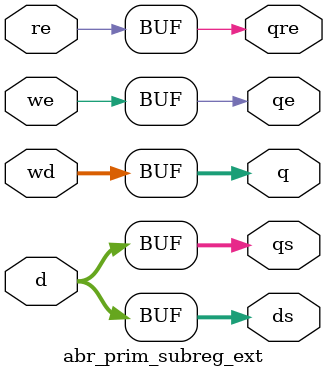
<source format=sv>

module abr_prim_subreg_ext #(
  parameter int unsigned DW = 32
) (
  input          re,
  input          we,
  input [DW-1:0] wd,

  input [DW-1:0] d,

  // output to HW and Reg Read
  output logic          qe,
  output logic          qre,
  output logic [DW-1:0] q,
  output logic [DW-1:0] ds,
  output logic [DW-1:0] qs
);

  // for external registers, there is no difference
  // between qs and ds
  assign ds = d;
  assign qs = d;
  assign q = wd;
  assign qe = we;
  assign qre = re;

endmodule

</source>
